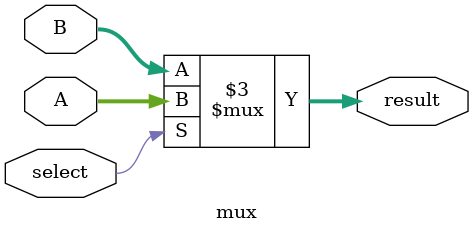
<source format=v>
module mux (
    input wire [31:0] A,
    input wire [31:0] B,
    input wire select,
    output reg [31:0] result
);

always @(*) begin
    case(select)
        1'b1: result = A;
        default: result = B;
    endcase
end
endmodule
</source>
